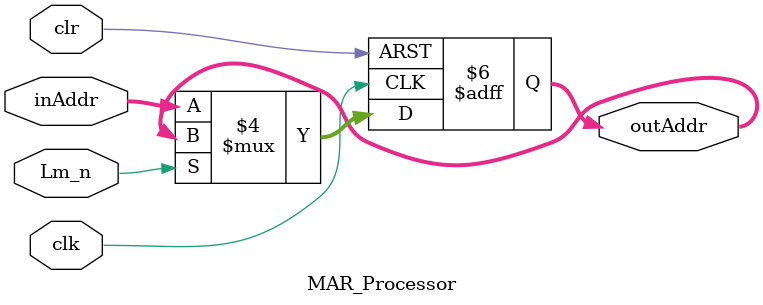
<source format=v>
module MAR_Processor (
	input wire clk,clr,Lm_n,
	input wire [3:0] inAddr,
	output reg [3:0] outAddr);

	always@(posedge clk or negedge clr)
	begin
		if(!clr)
			begin
				outAddr <= 4'b0000;
			end
		else if(!Lm_n)
			begin
				outAddr <= inAddr;
			end
	end


endmodule
</source>
